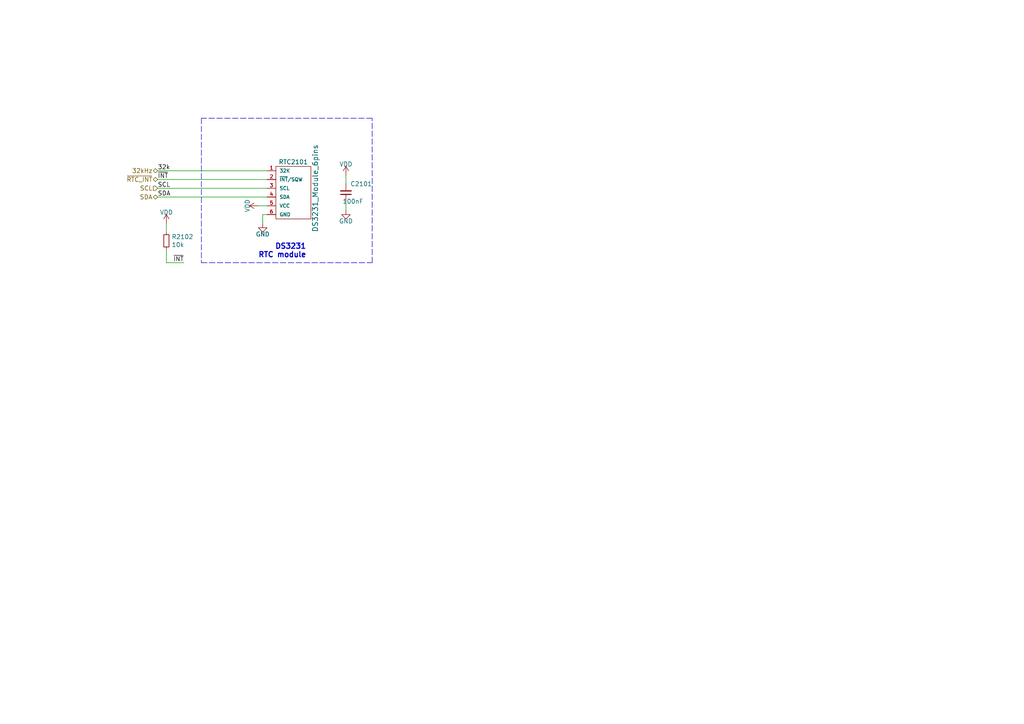
<source format=kicad_sch>
(kicad_sch (version 20211123) (generator eeschema)
  (paper "A4")
  (title_block (title "External RTC") (date "2020-11-21") (rev "R0.1") (company "SolderingStationGroup : Jonny Svärd / Mathias Johansson / Magnus Thulesius"))
  (lib_symbols
    (symbol "Device:C_Small" (pin_numbers hide) (pin_names (offset 0.254) hide)
      (property "Reference" "C" (at 0.254 1.778 0))
      (property "Value" "C_Small" (at 0.254 -2.032 0))
      (symbol "C_Small_0_1"
        (polyline (pts (xy -1.524 -0.508) (xy 1.524 -0.508)) (stroke (width 0.3302)))
        (polyline (pts (xy -1.524 0.508) (xy 1.524 0.508)) (stroke (width 0.3048)))
      )
      (symbol "C_Small_1_1"
        (pin passive line (at 0 2.54 270) (length 2.032) (name "~") (number "1"))
        (pin passive line (at 0 -2.54 90) (length 2.032) (name "~") (number "2"))
      )
    )
    (symbol "Device:R_Small" (pin_numbers hide) (pin_names (offset 0.254) hide)
      (property "Reference" "R" (at 0.762 0.508 0))
      (property "Value" "R_Small" (at 0.762 -1.016 0))
      (symbol "R_Small_0_1"
        (rectangle (start -0.762 1.778) (end 0.762 -1.778) (stroke (width 0.2032)))
      )
      (symbol "R_Small_1_1"
        (pin passive line (at 0 2.54 270) (length 0.762) (name "~") (number "1"))
        (pin passive line (at 0 -2.54 90) (length 0.762) (name "~") (number "2"))
      )
    )
    (symbol "customlib_mj:DS3231_Module_6pins" (pin_names (offset 1.016))
      (property "Reference" "RTC" (at 0 7.62 0))
      (property "Value" "DS3231_Module_6pins" (at 0 -10.16 0))
      (symbol "DS3231_Module_6pins_0_0"
        (rectangle (start -5.08 6.35) (end 5.08 -8.89))
      )
      (symbol "DS3231_Module_6pins_1_1"
        (pin open_collector line (at -7.62 5.08 0) (length 2.54) (name "32K") (number "1"))
        (pin open_collector line (at -7.62 2.54 0) (length 2.54) (name "~{INT}/SQW") (number "2"))
        (pin input line (at -7.62 0 0) (length 2.54) (name "SCL") (number "3"))
        (pin bidirectional line (at -7.62 -2.54 0) (length 2.54) (name "SDA") (number "4"))
        (pin power_in line (at -7.62 -5.08 0) (length 2.54) (name "VCC") (number "5"))
        (pin power_in line (at -7.62 -7.62 0) (length 2.54) (name "GND") (number "6"))
      )
    )
    (symbol "power:GND" (power) (pin_names (offset 0))
      (property "Value" "GND" (at 0 -3.81 0))
      (symbol "GND_0_1"
        (polyline (pts (xy 0 0) (xy 0 -1.27) (xy 1.27 -1.27) (xy 0 -2.54) (xy -1.27 -1.27) (xy 0 -1.27)))
      )
      (symbol "GND_1_1"
        (pin power_in line (at 0 0 270) (length 0) hide (name "GND") (number "1"))
      )
    )
    (symbol "power:VDD" (power) (pin_names (offset 0))
      (property "Value" "VDD" (at 0 3.81 0))
      (symbol "VDD_0_1"
        (polyline (pts (xy -0.762 1.27) (xy 0 2.54)))
        (polyline (pts (xy 0 0) (xy 0 2.54)))
        (polyline (pts (xy 0 2.54) (xy 0.762 1.27)))
      )
      (symbol "VDD_1_1"
        (pin power_in line (at 0 0 90) (length 0) hide (name "VDD") (number "1"))
      )
    )
  )
  (polyline (pts (xy 107.95 76.2) (xy 107.95 34.29)))
  (wire (pts (xy 77.47 59.69) (xy 74.93 59.69)))
  (wire (pts (xy 77.47 62.23) (xy 76.2 62.23)))
  (wire (pts (xy 100.33 53.34) (xy 100.33 50.8)))
  (wire (pts (xy 45.72 52.07) (xy 77.47 52.07)))
  (wire (pts (xy 77.47 57.15) (xy 45.72 57.15)))
  (polyline (pts (xy 107.95 34.29) (xy 58.42 34.29)))
  (polyline (pts (xy 58.42 76.2) (xy 107.95 76.2)))
  (wire (pts (xy 48.26 64.77) (xy 48.26 67.31)))
  (polyline (pts (xy 58.42 34.29) (xy 58.42 76.2)))
  (wire (pts (xy 76.2 62.23) (xy 76.2 64.77)))
  (wire (pts (xy 77.47 54.61) (xy 45.72 54.61)))
  (wire (pts (xy 48.26 76.2) (xy 48.26 72.39)))
  (wire (pts (xy 45.72 49.53) (xy 77.47 49.53)))
  (wire (pts (xy 53.34 76.2) (xy 48.26 76.2)))
  (wire (pts (xy 100.33 60.96) (xy 100.33 58.42)))
  (text "DS3231\nRTC module\n" (at 88.9 74.93 180) (effects (font (size 1.524 1.524) (thickness 0.3048) bold) (justify right bottom)))
  (label "SCL" (at 45.72 54.61 0))
  (label "SDA" (at 45.72 57.15 0))
  (label "~{INT}" (at 53.34 76.2 180))
  (label "32k" (at 45.72 49.53 0))
  (label "~{INT}" (at 45.72 52.07 0))
  (hierarchical_label "~{RTC_INT}" (shape tri_state) (at 45.72 52.07 180))
  (hierarchical_label "32kHz" (shape tri_state) (at 45.72 49.53 180))
  (hierarchical_label "SCL" (shape input) (at 45.72 54.61 180))
  (hierarchical_label "SDA" (shape bidirectional) (at 45.72 57.15 180))
  (symbol (lib_id "power:GND") (at 76.2 64.77 0) (unit 1)
    (property "Reference" "#PWR02104" (effects hide))
    (property "Value" "GND" (at 76.2 67.945 0))
  )
  (symbol (lib_id "power:VDD") (at 74.93 59.69 90) (unit 1)
    (property "Reference" "#PWR02102" (effects hide))
    (property "Value" "VDD" (at 71.755 59.69 0))
  )
  (symbol (lib_id "Device:C_Small") (at 100.33 55.88 180) (unit 1)
    (property "Reference" "C2101" (at 101.6 53.34 0) (effects (justify right)))
    (property "Value" "100nF" (at 105.41 58.42 0) (effects (justify left)))
    (property "Footprint" "Capacitor_SMD:C_0402_1005Metric" (effects hide))
    (property "JLC_part" "Basic" (effects hide))
    (property "LCSC" "C1525" (effects hide))
  )
  (symbol (lib_id "power:VDD") (at 100.33 50.8 0) (unit 1)
    (property "Reference" "#PWR02101" (effects hide))
    (property "Value" "VDD" (at 100.33 47.625 0))
  )
  (symbol (lib_id "customlib_mj:DS3231_Module_6pins") (at 85.09 54.61 0) (unit 1)
    (property "Reference" "RTC2101" (at 85.09 46.99 0))
    (property "Value" "DS3231_Module_6pins" (at 91.44 54.61 90) (effects (font (size 1.524 1.524))))
    (property "Footprint" "customlib_mj_fp:DS3231_module_6pin_horizontal_mnt" (effects hide))
  )
  (symbol (lib_id "power:GND") (at 100.33 60.96 0) (unit 1)
    (property "Reference" "#PWR02103" (effects hide))
    (property "Value" "GND" (at 100.33 64.135 0))
  )
  (symbol (lib_id "Device:R_Small") (at 48.26 69.85 0) (unit 1)
    (property "Reference" "R2102" (at 49.7586 68.6816 0) (effects (justify left)))
    (property "Value" "10k" (at 49.7586 70.993 0) (effects (justify left)))
    (property "Footprint" "Resistor_SMD:R_0402_1005Metric" (effects hide))
    (property "JLC_part" "Basic" (effects hide))
    (property "LCSC" "C25744" (effects hide))
  )
  (symbol (lib_id "power:VDD") (at 48.26 64.77 0) (unit 1)
    (property "Reference" "#PWR02124" (effects hide))
    (property "Value" "VDD" (at 48.26 61.595 0))
  )
)
</source>
